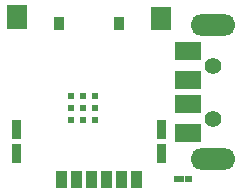
<source format=gbs>
G04 (created by PCBNEW-RS274X (2011-05-25)-stable) date Tue 14 Jan 2014 03:28:53 PM CET*
G01*
G70*
G90*
%MOIN*%
G04 Gerber Fmt 3.4, Leading zero omitted, Abs format*
%FSLAX34Y34*%
G04 APERTURE LIST*
%ADD10C,0.006000*%
%ADD11C,0.024000*%
%ADD12O,0.149800X0.071100*%
%ADD13R,0.090700X0.059200*%
%ADD14C,0.055300*%
%ADD15R,0.031700X0.019900*%
G04 APERTURE END LIST*
G54D10*
G54D11*
X-01673Y-00531D03*
X-01279Y-00531D03*
X-02067Y-00531D03*
X-02067Y-00137D03*
X-01673Y-00137D03*
X-01279Y-00137D03*
X-01279Y-00925D03*
X-01673Y-00925D03*
X-02067Y-00925D03*
G54D12*
X02652Y02245D03*
X02652Y-02243D03*
G54D13*
X01825Y-00393D03*
X01825Y00401D03*
X01825Y-01377D03*
X01825Y01379D03*
G54D14*
X02652Y-00885D03*
X02652Y00887D03*
G54D15*
X01530Y-02880D03*
G54D10*
G36*
X01731Y-02979D02*
X01731Y-02781D01*
X01969Y-02781D01*
X01969Y-02979D01*
X01731Y-02979D01*
X01731Y-02979D01*
G37*
G36*
X-00195Y-03211D02*
X-00571Y-03211D01*
X-00571Y-02639D01*
X-00195Y-02639D01*
X-00195Y-03211D01*
X-00195Y-03211D01*
G37*
G36*
X00297Y-03211D02*
X-00079Y-03211D01*
X-00079Y-02639D01*
X00297Y-02639D01*
X00297Y-03211D01*
X00297Y-03211D01*
G37*
G36*
X-00697Y-03211D02*
X-01073Y-03211D01*
X-01073Y-02639D01*
X-00697Y-02639D01*
X-00697Y-03211D01*
X-00697Y-03211D01*
G37*
G36*
X-01199Y-03211D02*
X-01575Y-03211D01*
X-01575Y-02639D01*
X-01199Y-02639D01*
X-01199Y-03211D01*
X-01199Y-03211D01*
G37*
G36*
X-01701Y-03211D02*
X-02077Y-03211D01*
X-02077Y-02639D01*
X-01701Y-02639D01*
X-01701Y-03211D01*
X-01701Y-03211D01*
G37*
G36*
X-02203Y-03211D02*
X-02579Y-03211D01*
X-02579Y-02639D01*
X-02203Y-02639D01*
X-02203Y-03211D01*
X-02203Y-03211D01*
G37*
G36*
X01093Y-02365D02*
X00797Y-02365D01*
X00797Y-01733D01*
X01093Y-01733D01*
X01093Y-02365D01*
X01093Y-02365D01*
G37*
G36*
X01093Y-01577D02*
X00797Y-01577D01*
X00797Y-00945D01*
X01093Y-00945D01*
X01093Y-01577D01*
X01093Y-01577D01*
G37*
G36*
X-03749Y-01577D02*
X-04045Y-01577D01*
X-04045Y-00945D01*
X-03749Y-00945D01*
X-03749Y-01577D01*
X-03749Y-01577D01*
G37*
G36*
X-03749Y-02365D02*
X-04045Y-02365D01*
X-04045Y-01733D01*
X-03749Y-01733D01*
X-03749Y-02365D01*
X-03749Y-02365D01*
G37*
G36*
X01261Y02065D02*
X00591Y02065D01*
X00591Y02853D01*
X01261Y02853D01*
X01261Y02065D01*
X01261Y02065D01*
G37*
G36*
X-03542Y02105D02*
X-04212Y02105D01*
X-04212Y02893D01*
X-03542Y02893D01*
X-03542Y02105D01*
X-03542Y02105D01*
G37*
G36*
X-00286Y02085D02*
X-00618Y02085D01*
X-00618Y02519D01*
X-00286Y02519D01*
X-00286Y02085D01*
X-00286Y02085D01*
G37*
G36*
X-02294Y02085D02*
X-02626Y02085D01*
X-02626Y02519D01*
X-02294Y02519D01*
X-02294Y02085D01*
X-02294Y02085D01*
G37*
M02*

</source>
